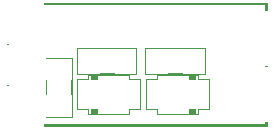
<source format=gbo>
G04 MADE WITH FRITZING*
G04 WWW.FRITZING.ORG*
G04 SINGLE SIDED*
G04 HOLES NOT PLATED*
G04 CONTOUR ON CENTER OF CONTOUR VECTOR*
%ASAXBY*%
%FSLAX23Y23*%
%MOIN*%
%OFA0B0*%
%SFA1.0B1.0*%
%ADD10R,0.001000X0.001000*%
%LNSILK0*%
G90*
G70*
G54D10*
X1Y413D02*
X871Y413D01*
X1Y412D02*
X1Y412D01*
X126Y412D02*
X871Y412D01*
X1Y411D02*
X1Y411D01*
X126Y411D02*
X871Y411D01*
X1Y410D02*
X1Y410D01*
X126Y410D02*
X871Y410D01*
X1Y409D02*
X1Y409D01*
X126Y409D02*
X871Y409D01*
X1Y408D02*
X1Y408D01*
X126Y408D02*
X871Y408D01*
X1Y407D02*
X1Y407D01*
X126Y407D02*
X871Y407D01*
X1Y406D02*
X1Y406D01*
X126Y406D02*
X871Y406D01*
X1Y405D02*
X1Y405D01*
X864Y405D02*
X871Y405D01*
X1Y404D02*
X1Y404D01*
X864Y404D02*
X871Y404D01*
X1Y403D02*
X1Y403D01*
X864Y403D02*
X871Y403D01*
X1Y402D02*
X1Y402D01*
X864Y402D02*
X871Y402D01*
X1Y401D02*
X1Y401D01*
X864Y401D02*
X871Y401D01*
X1Y400D02*
X1Y400D01*
X864Y400D02*
X871Y400D01*
X1Y399D02*
X1Y399D01*
X864Y399D02*
X871Y399D01*
X1Y398D02*
X1Y398D01*
X864Y398D02*
X871Y398D01*
X1Y397D02*
X1Y397D01*
X864Y397D02*
X871Y397D01*
X1Y396D02*
X1Y396D01*
X864Y396D02*
X871Y396D01*
X1Y395D02*
X1Y395D01*
X864Y395D02*
X871Y395D01*
X1Y394D02*
X1Y394D01*
X864Y394D02*
X871Y394D01*
X1Y393D02*
X1Y393D01*
X864Y393D02*
X871Y393D01*
X1Y392D02*
X1Y392D01*
X864Y392D02*
X871Y392D01*
X1Y391D02*
X1Y391D01*
X864Y391D02*
X871Y391D01*
X1Y390D02*
X1Y390D01*
X864Y390D02*
X871Y390D01*
X1Y389D02*
X1Y389D01*
X864Y389D02*
X871Y389D01*
X1Y388D02*
X1Y388D01*
X864Y388D02*
X871Y388D01*
X1Y387D02*
X1Y387D01*
X864Y387D02*
X871Y387D01*
X1Y386D02*
X1Y386D01*
X864Y386D02*
X871Y386D01*
X1Y385D02*
X1Y385D01*
X1Y384D02*
X1Y384D01*
X1Y383D02*
X1Y383D01*
X1Y382D02*
X1Y382D01*
X1Y381D02*
X1Y381D01*
X1Y380D02*
X1Y380D01*
X1Y379D02*
X1Y379D01*
X1Y378D02*
X1Y378D01*
X1Y377D02*
X1Y377D01*
X1Y376D02*
X1Y376D01*
X1Y375D02*
X1Y375D01*
X1Y374D02*
X1Y374D01*
X1Y373D02*
X1Y373D01*
X1Y372D02*
X1Y372D01*
X1Y371D02*
X1Y371D01*
X1Y370D02*
X1Y370D01*
X1Y369D02*
X1Y369D01*
X1Y368D02*
X1Y368D01*
X1Y367D02*
X1Y367D01*
X1Y366D02*
X1Y366D01*
X1Y365D02*
X1Y365D01*
X1Y364D02*
X1Y364D01*
X1Y363D02*
X1Y363D01*
X1Y362D02*
X1Y362D01*
X1Y361D02*
X1Y361D01*
X1Y360D02*
X1Y360D01*
X1Y359D02*
X1Y359D01*
X1Y358D02*
X1Y358D01*
X1Y357D02*
X1Y357D01*
X1Y356D02*
X1Y356D01*
X1Y355D02*
X1Y355D01*
X1Y354D02*
X1Y354D01*
X1Y353D02*
X1Y353D01*
X1Y352D02*
X1Y352D01*
X1Y351D02*
X1Y351D01*
X1Y350D02*
X1Y350D01*
X1Y349D02*
X1Y349D01*
X1Y348D02*
X1Y348D01*
X1Y347D02*
X1Y347D01*
X1Y346D02*
X1Y346D01*
X1Y345D02*
X1Y345D01*
X1Y344D02*
X1Y344D01*
X1Y343D02*
X1Y343D01*
X1Y342D02*
X1Y342D01*
X1Y341D02*
X1Y341D01*
X1Y340D02*
X1Y340D01*
X1Y339D02*
X1Y339D01*
X1Y338D02*
X1Y338D01*
X1Y337D02*
X1Y337D01*
X1Y336D02*
X1Y336D01*
X1Y335D02*
X1Y335D01*
X1Y334D02*
X1Y334D01*
X1Y333D02*
X1Y333D01*
X1Y332D02*
X1Y332D01*
X1Y331D02*
X1Y331D01*
X1Y330D02*
X1Y330D01*
X1Y329D02*
X1Y329D01*
X1Y328D02*
X1Y328D01*
X1Y327D02*
X1Y327D01*
X1Y326D02*
X1Y326D01*
X1Y325D02*
X1Y325D01*
X1Y324D02*
X1Y324D01*
X1Y323D02*
X1Y323D01*
X1Y322D02*
X1Y322D01*
X1Y321D02*
X1Y321D01*
X1Y320D02*
X1Y320D01*
X1Y319D02*
X1Y319D01*
X1Y318D02*
X1Y318D01*
X1Y317D02*
X1Y317D01*
X1Y316D02*
X1Y316D01*
X1Y315D02*
X1Y315D01*
X1Y314D02*
X1Y314D01*
X1Y313D02*
X1Y313D01*
X1Y312D02*
X1Y312D01*
X1Y311D02*
X1Y311D01*
X1Y310D02*
X1Y310D01*
X1Y309D02*
X1Y309D01*
X1Y308D02*
X1Y308D01*
X1Y307D02*
X1Y307D01*
X1Y306D02*
X1Y306D01*
X1Y305D02*
X1Y305D01*
X1Y304D02*
X1Y304D01*
X1Y303D02*
X1Y303D01*
X1Y302D02*
X1Y302D01*
X1Y301D02*
X1Y301D01*
X1Y300D02*
X1Y300D01*
X1Y299D02*
X1Y299D01*
X1Y298D02*
X1Y298D01*
X1Y297D02*
X1Y297D01*
X1Y296D02*
X1Y296D01*
X1Y295D02*
X1Y295D01*
X1Y294D02*
X1Y294D01*
X1Y293D02*
X1Y293D01*
X1Y292D02*
X1Y292D01*
X1Y291D02*
X1Y291D01*
X1Y290D02*
X1Y290D01*
X1Y289D02*
X1Y289D01*
X1Y288D02*
X1Y288D01*
X1Y287D02*
X1Y287D01*
X1Y286D02*
X1Y286D01*
X1Y285D02*
X1Y285D01*
X1Y284D02*
X1Y284D01*
X1Y283D02*
X1Y283D01*
X1Y282D02*
X1Y282D01*
X1Y281D02*
X1Y281D01*
X1Y280D02*
X1Y280D01*
X1Y279D02*
X1Y279D01*
X1Y278D02*
X1Y278D01*
X1Y277D02*
X1Y277D01*
X1Y276D02*
X8Y276D01*
X1Y275D02*
X8Y275D01*
X1Y274D02*
X1Y274D01*
X1Y273D02*
X1Y273D01*
X1Y272D02*
X1Y272D01*
X1Y271D02*
X1Y271D01*
X1Y270D02*
X1Y270D01*
X1Y269D02*
X1Y269D01*
X1Y268D02*
X1Y268D01*
X1Y267D02*
X1Y267D01*
X1Y266D02*
X1Y266D01*
X1Y265D02*
X1Y265D01*
X1Y264D02*
X1Y264D01*
X237Y264D02*
X436Y264D01*
X464Y264D02*
X664Y264D01*
X1Y263D02*
X1Y263D01*
X237Y263D02*
X436Y263D01*
X464Y263D02*
X664Y263D01*
X1Y262D02*
X1Y262D01*
X237Y262D02*
X436Y262D01*
X464Y262D02*
X664Y262D01*
X1Y261D02*
X1Y261D01*
X237Y261D02*
X239Y261D01*
X313Y261D02*
X361Y261D01*
X434Y261D02*
X436Y261D01*
X464Y261D02*
X466Y261D01*
X540Y261D02*
X588Y261D01*
X662Y261D02*
X664Y261D01*
X1Y260D02*
X1Y260D01*
X237Y260D02*
X239Y260D01*
X434Y260D02*
X436Y260D01*
X464Y260D02*
X466Y260D01*
X662Y260D02*
X664Y260D01*
X1Y259D02*
X1Y259D01*
X237Y259D02*
X239Y259D01*
X434Y259D02*
X436Y259D01*
X464Y259D02*
X466Y259D01*
X662Y259D02*
X664Y259D01*
X1Y258D02*
X1Y258D01*
X237Y258D02*
X239Y258D01*
X434Y258D02*
X436Y258D01*
X464Y258D02*
X466Y258D01*
X662Y258D02*
X664Y258D01*
X1Y257D02*
X1Y257D01*
X237Y257D02*
X239Y257D01*
X434Y257D02*
X436Y257D01*
X464Y257D02*
X466Y257D01*
X662Y257D02*
X664Y257D01*
X1Y256D02*
X1Y256D01*
X237Y256D02*
X239Y256D01*
X434Y256D02*
X436Y256D01*
X464Y256D02*
X466Y256D01*
X662Y256D02*
X664Y256D01*
X1Y255D02*
X1Y255D01*
X237Y255D02*
X239Y255D01*
X434Y255D02*
X436Y255D01*
X464Y255D02*
X466Y255D01*
X662Y255D02*
X664Y255D01*
X1Y254D02*
X1Y254D01*
X237Y254D02*
X239Y254D01*
X434Y254D02*
X436Y254D01*
X464Y254D02*
X466Y254D01*
X662Y254D02*
X664Y254D01*
X1Y253D02*
X1Y253D01*
X237Y253D02*
X239Y253D01*
X434Y253D02*
X436Y253D01*
X464Y253D02*
X466Y253D01*
X662Y253D02*
X664Y253D01*
X1Y252D02*
X1Y252D01*
X237Y252D02*
X239Y252D01*
X434Y252D02*
X436Y252D01*
X464Y252D02*
X466Y252D01*
X662Y252D02*
X664Y252D01*
X1Y251D02*
X1Y251D01*
X237Y251D02*
X239Y251D01*
X434Y251D02*
X436Y251D01*
X464Y251D02*
X466Y251D01*
X662Y251D02*
X664Y251D01*
X1Y250D02*
X1Y250D01*
X237Y250D02*
X239Y250D01*
X434Y250D02*
X436Y250D01*
X464Y250D02*
X466Y250D01*
X662Y250D02*
X664Y250D01*
X1Y249D02*
X1Y249D01*
X237Y249D02*
X239Y249D01*
X434Y249D02*
X436Y249D01*
X464Y249D02*
X466Y249D01*
X662Y249D02*
X664Y249D01*
X1Y248D02*
X1Y248D01*
X237Y248D02*
X239Y248D01*
X434Y248D02*
X436Y248D01*
X464Y248D02*
X466Y248D01*
X662Y248D02*
X664Y248D01*
X1Y247D02*
X1Y247D01*
X237Y247D02*
X239Y247D01*
X434Y247D02*
X436Y247D01*
X464Y247D02*
X466Y247D01*
X662Y247D02*
X664Y247D01*
X1Y246D02*
X1Y246D01*
X237Y246D02*
X239Y246D01*
X434Y246D02*
X436Y246D01*
X464Y246D02*
X466Y246D01*
X662Y246D02*
X664Y246D01*
X1Y245D02*
X1Y245D01*
X237Y245D02*
X239Y245D01*
X434Y245D02*
X436Y245D01*
X464Y245D02*
X466Y245D01*
X662Y245D02*
X664Y245D01*
X1Y244D02*
X1Y244D01*
X237Y244D02*
X239Y244D01*
X434Y244D02*
X436Y244D01*
X464Y244D02*
X466Y244D01*
X662Y244D02*
X664Y244D01*
X1Y243D02*
X1Y243D01*
X237Y243D02*
X239Y243D01*
X434Y243D02*
X436Y243D01*
X464Y243D02*
X466Y243D01*
X662Y243D02*
X664Y243D01*
X1Y242D02*
X1Y242D01*
X237Y242D02*
X239Y242D01*
X434Y242D02*
X436Y242D01*
X464Y242D02*
X466Y242D01*
X662Y242D02*
X664Y242D01*
X1Y241D02*
X1Y241D01*
X237Y241D02*
X239Y241D01*
X434Y241D02*
X436Y241D01*
X464Y241D02*
X466Y241D01*
X662Y241D02*
X664Y241D01*
X1Y240D02*
X1Y240D01*
X237Y240D02*
X239Y240D01*
X434Y240D02*
X436Y240D01*
X464Y240D02*
X466Y240D01*
X662Y240D02*
X664Y240D01*
X1Y239D02*
X1Y239D01*
X237Y239D02*
X239Y239D01*
X434Y239D02*
X436Y239D01*
X464Y239D02*
X466Y239D01*
X662Y239D02*
X664Y239D01*
X1Y238D02*
X1Y238D01*
X237Y238D02*
X239Y238D01*
X434Y238D02*
X436Y238D01*
X464Y238D02*
X466Y238D01*
X662Y238D02*
X664Y238D01*
X1Y237D02*
X1Y237D01*
X237Y237D02*
X239Y237D01*
X434Y237D02*
X436Y237D01*
X464Y237D02*
X466Y237D01*
X662Y237D02*
X664Y237D01*
X1Y236D02*
X1Y236D01*
X237Y236D02*
X239Y236D01*
X434Y236D02*
X436Y236D01*
X464Y236D02*
X466Y236D01*
X662Y236D02*
X664Y236D01*
X1Y235D02*
X1Y235D01*
X237Y235D02*
X239Y235D01*
X434Y235D02*
X436Y235D01*
X464Y235D02*
X466Y235D01*
X662Y235D02*
X664Y235D01*
X1Y234D02*
X1Y234D01*
X237Y234D02*
X239Y234D01*
X434Y234D02*
X436Y234D01*
X464Y234D02*
X466Y234D01*
X662Y234D02*
X664Y234D01*
X1Y233D02*
X1Y233D01*
X237Y233D02*
X239Y233D01*
X434Y233D02*
X436Y233D01*
X464Y233D02*
X466Y233D01*
X662Y233D02*
X664Y233D01*
X1Y232D02*
X1Y232D01*
X237Y232D02*
X239Y232D01*
X434Y232D02*
X436Y232D01*
X464Y232D02*
X466Y232D01*
X662Y232D02*
X664Y232D01*
X1Y231D02*
X1Y231D01*
X237Y231D02*
X239Y231D01*
X434Y231D02*
X436Y231D01*
X464Y231D02*
X466Y231D01*
X662Y231D02*
X664Y231D01*
X1Y230D02*
X1Y230D01*
X131Y230D02*
X220Y230D01*
X237Y230D02*
X239Y230D01*
X434Y230D02*
X436Y230D01*
X464Y230D02*
X466Y230D01*
X662Y230D02*
X664Y230D01*
X1Y229D02*
X1Y229D01*
X131Y229D02*
X220Y229D01*
X237Y229D02*
X239Y229D01*
X434Y229D02*
X436Y229D01*
X464Y229D02*
X466Y229D01*
X662Y229D02*
X664Y229D01*
X1Y228D02*
X1Y228D01*
X131Y228D02*
X220Y228D01*
X237Y228D02*
X239Y228D01*
X434Y228D02*
X436Y228D01*
X464Y228D02*
X466Y228D01*
X662Y228D02*
X664Y228D01*
X1Y227D02*
X1Y227D01*
X131Y227D02*
X133Y227D01*
X219Y227D02*
X220Y227D01*
X237Y227D02*
X239Y227D01*
X434Y227D02*
X436Y227D01*
X464Y227D02*
X466Y227D01*
X662Y227D02*
X664Y227D01*
X1Y226D02*
X1Y226D01*
X131Y226D02*
X133Y226D01*
X219Y226D02*
X220Y226D01*
X237Y226D02*
X239Y226D01*
X434Y226D02*
X436Y226D01*
X464Y226D02*
X466Y226D01*
X662Y226D02*
X664Y226D01*
X1Y225D02*
X1Y225D01*
X131Y225D02*
X133Y225D01*
X219Y225D02*
X220Y225D01*
X237Y225D02*
X239Y225D01*
X434Y225D02*
X436Y225D01*
X464Y225D02*
X466Y225D01*
X662Y225D02*
X664Y225D01*
X1Y224D02*
X1Y224D01*
X131Y224D02*
X133Y224D01*
X219Y224D02*
X220Y224D01*
X237Y224D02*
X239Y224D01*
X434Y224D02*
X436Y224D01*
X464Y224D02*
X466Y224D01*
X662Y224D02*
X664Y224D01*
X1Y223D02*
X1Y223D01*
X131Y223D02*
X133Y223D01*
X219Y223D02*
X220Y223D01*
X237Y223D02*
X239Y223D01*
X434Y223D02*
X436Y223D01*
X464Y223D02*
X466Y223D01*
X662Y223D02*
X664Y223D01*
X1Y222D02*
X1Y222D01*
X131Y222D02*
X133Y222D01*
X219Y222D02*
X220Y222D01*
X237Y222D02*
X239Y222D01*
X434Y222D02*
X436Y222D01*
X464Y222D02*
X466Y222D01*
X662Y222D02*
X664Y222D01*
X1Y221D02*
X1Y221D01*
X131Y221D02*
X133Y221D01*
X219Y221D02*
X220Y221D01*
X237Y221D02*
X239Y221D01*
X434Y221D02*
X436Y221D01*
X464Y221D02*
X466Y221D01*
X662Y221D02*
X664Y221D01*
X1Y220D02*
X1Y220D01*
X131Y220D02*
X133Y220D01*
X219Y220D02*
X220Y220D01*
X237Y220D02*
X239Y220D01*
X434Y220D02*
X436Y220D01*
X464Y220D02*
X466Y220D01*
X662Y220D02*
X664Y220D01*
X1Y219D02*
X1Y219D01*
X131Y219D02*
X133Y219D01*
X219Y219D02*
X220Y219D01*
X237Y219D02*
X239Y219D01*
X434Y219D02*
X436Y219D01*
X464Y219D02*
X466Y219D01*
X662Y219D02*
X664Y219D01*
X1Y218D02*
X1Y218D01*
X131Y218D02*
X133Y218D01*
X219Y218D02*
X220Y218D01*
X237Y218D02*
X239Y218D01*
X434Y218D02*
X436Y218D01*
X464Y218D02*
X466Y218D01*
X662Y218D02*
X664Y218D01*
X1Y217D02*
X1Y217D01*
X131Y217D02*
X133Y217D01*
X219Y217D02*
X220Y217D01*
X237Y217D02*
X239Y217D01*
X434Y217D02*
X436Y217D01*
X464Y217D02*
X466Y217D01*
X662Y217D02*
X664Y217D01*
X1Y216D02*
X1Y216D01*
X131Y216D02*
X133Y216D01*
X219Y216D02*
X220Y216D01*
X237Y216D02*
X239Y216D01*
X434Y216D02*
X436Y216D01*
X464Y216D02*
X466Y216D01*
X662Y216D02*
X664Y216D01*
X1Y215D02*
X1Y215D01*
X131Y215D02*
X133Y215D01*
X219Y215D02*
X220Y215D01*
X237Y215D02*
X239Y215D01*
X434Y215D02*
X436Y215D01*
X464Y215D02*
X466Y215D01*
X662Y215D02*
X664Y215D01*
X1Y214D02*
X1Y214D01*
X131Y214D02*
X133Y214D01*
X219Y214D02*
X220Y214D01*
X237Y214D02*
X239Y214D01*
X434Y214D02*
X436Y214D01*
X464Y214D02*
X466Y214D01*
X662Y214D02*
X664Y214D01*
X1Y213D02*
X1Y213D01*
X131Y213D02*
X133Y213D01*
X219Y213D02*
X220Y213D01*
X237Y213D02*
X239Y213D01*
X434Y213D02*
X436Y213D01*
X464Y213D02*
X466Y213D01*
X662Y213D02*
X664Y213D01*
X1Y212D02*
X1Y212D01*
X131Y212D02*
X133Y212D01*
X219Y212D02*
X220Y212D01*
X237Y212D02*
X239Y212D01*
X434Y212D02*
X436Y212D01*
X464Y212D02*
X466Y212D01*
X662Y212D02*
X664Y212D01*
X1Y211D02*
X1Y211D01*
X131Y211D02*
X133Y211D01*
X219Y211D02*
X220Y211D01*
X237Y211D02*
X239Y211D01*
X434Y211D02*
X436Y211D01*
X464Y211D02*
X466Y211D01*
X662Y211D02*
X664Y211D01*
X1Y210D02*
X1Y210D01*
X131Y210D02*
X133Y210D01*
X219Y210D02*
X220Y210D01*
X237Y210D02*
X239Y210D01*
X434Y210D02*
X436Y210D01*
X464Y210D02*
X466Y210D01*
X662Y210D02*
X664Y210D01*
X1Y209D02*
X1Y209D01*
X131Y209D02*
X133Y209D01*
X219Y209D02*
X220Y209D01*
X237Y209D02*
X239Y209D01*
X434Y209D02*
X436Y209D01*
X464Y209D02*
X466Y209D01*
X662Y209D02*
X664Y209D01*
X1Y208D02*
X1Y208D01*
X131Y208D02*
X133Y208D01*
X219Y208D02*
X220Y208D01*
X237Y208D02*
X239Y208D01*
X434Y208D02*
X436Y208D01*
X464Y208D02*
X466Y208D01*
X662Y208D02*
X664Y208D01*
X1Y207D02*
X1Y207D01*
X131Y207D02*
X133Y207D01*
X219Y207D02*
X220Y207D01*
X237Y207D02*
X239Y207D01*
X434Y207D02*
X436Y207D01*
X464Y207D02*
X466Y207D01*
X662Y207D02*
X664Y207D01*
X1Y206D02*
X1Y206D01*
X131Y206D02*
X133Y206D01*
X219Y206D02*
X220Y206D01*
X237Y206D02*
X239Y206D01*
X434Y206D02*
X436Y206D01*
X464Y206D02*
X466Y206D01*
X662Y206D02*
X664Y206D01*
X1Y205D02*
X1Y205D01*
X131Y205D02*
X133Y205D01*
X219Y205D02*
X220Y205D01*
X237Y205D02*
X239Y205D01*
X434Y205D02*
X436Y205D01*
X464Y205D02*
X466Y205D01*
X662Y205D02*
X664Y205D01*
X1Y204D02*
X1Y204D01*
X131Y204D02*
X133Y204D01*
X219Y204D02*
X220Y204D01*
X237Y204D02*
X239Y204D01*
X434Y204D02*
X436Y204D01*
X464Y204D02*
X466Y204D01*
X662Y204D02*
X664Y204D01*
X1Y203D02*
X1Y203D01*
X131Y203D02*
X133Y203D01*
X219Y203D02*
X220Y203D01*
X237Y203D02*
X239Y203D01*
X434Y203D02*
X436Y203D01*
X464Y203D02*
X466Y203D01*
X662Y203D02*
X664Y203D01*
X864Y203D02*
X871Y203D01*
X1Y202D02*
X1Y202D01*
X131Y202D02*
X133Y202D01*
X219Y202D02*
X220Y202D01*
X237Y202D02*
X239Y202D01*
X434Y202D02*
X436Y202D01*
X464Y202D02*
X466Y202D01*
X662Y202D02*
X664Y202D01*
X864Y202D02*
X871Y202D01*
X1Y201D02*
X1Y201D01*
X131Y201D02*
X133Y201D01*
X219Y201D02*
X220Y201D01*
X237Y201D02*
X239Y201D01*
X434Y201D02*
X436Y201D01*
X464Y201D02*
X466Y201D01*
X662Y201D02*
X664Y201D01*
X864Y201D02*
X871Y201D01*
X1Y200D02*
X1Y200D01*
X131Y200D02*
X133Y200D01*
X219Y200D02*
X220Y200D01*
X237Y200D02*
X239Y200D01*
X434Y200D02*
X436Y200D01*
X464Y200D02*
X466Y200D01*
X662Y200D02*
X664Y200D01*
X864Y200D02*
X871Y200D01*
X1Y199D02*
X1Y199D01*
X131Y199D02*
X133Y199D01*
X219Y199D02*
X220Y199D01*
X237Y199D02*
X239Y199D01*
X434Y199D02*
X436Y199D01*
X464Y199D02*
X466Y199D01*
X662Y199D02*
X664Y199D01*
X864Y199D02*
X871Y199D01*
X1Y198D02*
X1Y198D01*
X131Y198D02*
X133Y198D01*
X219Y198D02*
X220Y198D01*
X237Y198D02*
X239Y198D01*
X434Y198D02*
X436Y198D01*
X464Y198D02*
X466Y198D01*
X662Y198D02*
X664Y198D01*
X1Y197D02*
X1Y197D01*
X131Y197D02*
X133Y197D01*
X219Y197D02*
X220Y197D01*
X237Y197D02*
X239Y197D01*
X434Y197D02*
X436Y197D01*
X464Y197D02*
X466Y197D01*
X662Y197D02*
X664Y197D01*
X1Y196D02*
X1Y196D01*
X131Y196D02*
X133Y196D01*
X219Y196D02*
X220Y196D01*
X237Y196D02*
X239Y196D01*
X434Y196D02*
X436Y196D01*
X464Y196D02*
X466Y196D01*
X662Y196D02*
X664Y196D01*
X1Y195D02*
X1Y195D01*
X131Y195D02*
X133Y195D01*
X219Y195D02*
X220Y195D01*
X237Y195D02*
X239Y195D01*
X434Y195D02*
X436Y195D01*
X464Y195D02*
X466Y195D01*
X662Y195D02*
X664Y195D01*
X1Y194D02*
X1Y194D01*
X131Y194D02*
X133Y194D01*
X219Y194D02*
X220Y194D01*
X237Y194D02*
X239Y194D01*
X434Y194D02*
X436Y194D01*
X464Y194D02*
X466Y194D01*
X662Y194D02*
X664Y194D01*
X1Y193D02*
X1Y193D01*
X131Y193D02*
X133Y193D01*
X219Y193D02*
X220Y193D01*
X237Y193D02*
X239Y193D01*
X434Y193D02*
X436Y193D01*
X464Y193D02*
X466Y193D01*
X662Y193D02*
X664Y193D01*
X1Y192D02*
X1Y192D01*
X131Y192D02*
X133Y192D01*
X219Y192D02*
X220Y192D01*
X237Y192D02*
X239Y192D01*
X434Y192D02*
X436Y192D01*
X464Y192D02*
X466Y192D01*
X662Y192D02*
X664Y192D01*
X1Y191D02*
X1Y191D01*
X131Y191D02*
X133Y191D01*
X219Y191D02*
X220Y191D01*
X237Y191D02*
X239Y191D01*
X434Y191D02*
X436Y191D01*
X464Y191D02*
X466Y191D01*
X662Y191D02*
X664Y191D01*
X1Y190D02*
X1Y190D01*
X131Y190D02*
X133Y190D01*
X219Y190D02*
X220Y190D01*
X237Y190D02*
X239Y190D01*
X434Y190D02*
X436Y190D01*
X464Y190D02*
X466Y190D01*
X662Y190D02*
X664Y190D01*
X1Y189D02*
X1Y189D01*
X131Y189D02*
X133Y189D01*
X219Y189D02*
X220Y189D01*
X237Y189D02*
X239Y189D01*
X434Y189D02*
X436Y189D01*
X464Y189D02*
X466Y189D01*
X662Y189D02*
X664Y189D01*
X1Y188D02*
X1Y188D01*
X131Y188D02*
X133Y188D01*
X219Y188D02*
X220Y188D01*
X237Y188D02*
X239Y188D01*
X434Y188D02*
X436Y188D01*
X464Y188D02*
X466Y188D01*
X662Y188D02*
X664Y188D01*
X1Y187D02*
X1Y187D01*
X131Y187D02*
X133Y187D01*
X219Y187D02*
X220Y187D01*
X237Y187D02*
X239Y187D01*
X434Y187D02*
X436Y187D01*
X464Y187D02*
X466Y187D01*
X662Y187D02*
X664Y187D01*
X1Y186D02*
X1Y186D01*
X131Y186D02*
X133Y186D01*
X219Y186D02*
X220Y186D01*
X237Y186D02*
X239Y186D01*
X434Y186D02*
X436Y186D01*
X464Y186D02*
X466Y186D01*
X662Y186D02*
X664Y186D01*
X1Y185D02*
X1Y185D01*
X131Y185D02*
X133Y185D01*
X219Y185D02*
X220Y185D01*
X237Y185D02*
X239Y185D01*
X434Y185D02*
X436Y185D01*
X464Y185D02*
X466Y185D01*
X662Y185D02*
X664Y185D01*
X1Y184D02*
X1Y184D01*
X131Y184D02*
X133Y184D01*
X219Y184D02*
X220Y184D01*
X237Y184D02*
X239Y184D01*
X434Y184D02*
X436Y184D01*
X464Y184D02*
X466Y184D01*
X662Y184D02*
X664Y184D01*
X1Y183D02*
X1Y183D01*
X131Y183D02*
X133Y183D01*
X219Y183D02*
X220Y183D01*
X237Y183D02*
X239Y183D01*
X434Y183D02*
X436Y183D01*
X464Y183D02*
X466Y183D01*
X662Y183D02*
X664Y183D01*
X1Y182D02*
X1Y182D01*
X131Y182D02*
X133Y182D01*
X219Y182D02*
X220Y182D01*
X237Y182D02*
X239Y182D01*
X434Y182D02*
X436Y182D01*
X464Y182D02*
X466Y182D01*
X662Y182D02*
X664Y182D01*
X1Y181D02*
X1Y181D01*
X131Y181D02*
X133Y181D01*
X219Y181D02*
X220Y181D01*
X237Y181D02*
X239Y181D01*
X434Y181D02*
X436Y181D01*
X464Y181D02*
X466Y181D01*
X662Y181D02*
X664Y181D01*
X1Y180D02*
X1Y180D01*
X131Y180D02*
X133Y180D01*
X219Y180D02*
X220Y180D01*
X237Y180D02*
X239Y180D01*
X434Y180D02*
X436Y180D01*
X464Y180D02*
X466Y180D01*
X662Y180D02*
X664Y180D01*
X1Y179D02*
X1Y179D01*
X131Y179D02*
X133Y179D01*
X219Y179D02*
X220Y179D01*
X237Y179D02*
X239Y179D01*
X434Y179D02*
X436Y179D01*
X464Y179D02*
X466Y179D01*
X662Y179D02*
X664Y179D01*
X1Y178D02*
X1Y178D01*
X131Y178D02*
X133Y178D01*
X219Y178D02*
X220Y178D01*
X237Y178D02*
X239Y178D01*
X313Y178D02*
X361Y178D01*
X434Y178D02*
X436Y178D01*
X464Y178D02*
X466Y178D01*
X540Y178D02*
X588Y178D01*
X662Y178D02*
X664Y178D01*
X1Y177D02*
X1Y177D01*
X131Y177D02*
X133Y177D01*
X219Y177D02*
X220Y177D01*
X237Y177D02*
X436Y177D01*
X464Y177D02*
X664Y177D01*
X1Y176D02*
X1Y176D01*
X131Y176D02*
X133Y176D01*
X219Y176D02*
X220Y176D01*
X237Y176D02*
X436Y176D01*
X464Y176D02*
X664Y176D01*
X1Y175D02*
X1Y175D01*
X131Y175D02*
X133Y175D01*
X219Y175D02*
X220Y175D01*
X237Y175D02*
X436Y175D01*
X464Y175D02*
X664Y175D01*
X1Y174D02*
X1Y174D01*
X131Y174D02*
X133Y174D01*
X219Y174D02*
X220Y174D01*
X1Y173D02*
X1Y173D01*
X131Y173D02*
X133Y173D01*
X219Y173D02*
X220Y173D01*
X271Y173D02*
X412Y173D01*
X502Y173D02*
X642Y173D01*
X1Y172D02*
X1Y172D01*
X131Y172D02*
X133Y172D01*
X219Y172D02*
X220Y172D01*
X271Y172D02*
X412Y172D01*
X502Y172D02*
X642Y172D01*
X1Y171D02*
X1Y171D01*
X131Y171D02*
X133Y171D01*
X219Y171D02*
X220Y171D01*
X271Y171D02*
X412Y171D01*
X502Y171D02*
X642Y171D01*
X1Y170D02*
X1Y170D01*
X131Y170D02*
X133Y170D01*
X219Y170D02*
X220Y170D01*
X271Y170D02*
X412Y170D01*
X502Y170D02*
X642Y170D01*
X1Y169D02*
X1Y169D01*
X131Y169D02*
X133Y169D01*
X219Y169D02*
X220Y169D01*
X271Y169D02*
X274Y169D01*
X283Y169D02*
X306Y169D01*
X409Y169D02*
X412Y169D01*
X502Y169D02*
X504Y169D01*
X608Y169D02*
X630Y169D01*
X639Y169D02*
X642Y169D01*
X1Y168D02*
X1Y168D01*
X131Y168D02*
X133Y168D01*
X219Y168D02*
X220Y168D01*
X271Y168D02*
X274Y168D01*
X283Y168D02*
X306Y168D01*
X409Y168D02*
X412Y168D01*
X502Y168D02*
X504Y168D01*
X608Y168D02*
X630Y168D01*
X639Y168D02*
X642Y168D01*
X1Y167D02*
X1Y167D01*
X131Y167D02*
X133Y167D01*
X219Y167D02*
X220Y167D01*
X271Y167D02*
X274Y167D01*
X283Y167D02*
X306Y167D01*
X409Y167D02*
X412Y167D01*
X502Y167D02*
X504Y167D01*
X608Y167D02*
X630Y167D01*
X639Y167D02*
X642Y167D01*
X1Y166D02*
X1Y166D01*
X131Y166D02*
X133Y166D01*
X219Y166D02*
X220Y166D01*
X271Y166D02*
X274Y166D01*
X283Y166D02*
X306Y166D01*
X409Y166D02*
X412Y166D01*
X502Y166D02*
X504Y166D01*
X608Y166D02*
X630Y166D01*
X639Y166D02*
X642Y166D01*
X1Y165D02*
X1Y165D01*
X131Y165D02*
X133Y165D01*
X219Y165D02*
X220Y165D01*
X271Y165D02*
X274Y165D01*
X283Y165D02*
X306Y165D01*
X409Y165D02*
X412Y165D01*
X502Y165D02*
X504Y165D01*
X608Y165D02*
X630Y165D01*
X639Y165D02*
X642Y165D01*
X1Y164D02*
X1Y164D01*
X131Y164D02*
X133Y164D01*
X219Y164D02*
X220Y164D01*
X271Y164D02*
X274Y164D01*
X283Y164D02*
X306Y164D01*
X409Y164D02*
X412Y164D01*
X502Y164D02*
X504Y164D01*
X608Y164D02*
X630Y164D01*
X639Y164D02*
X642Y164D01*
X1Y163D02*
X1Y163D01*
X131Y163D02*
X133Y163D01*
X219Y163D02*
X220Y163D01*
X271Y163D02*
X274Y163D01*
X283Y163D02*
X306Y163D01*
X409Y163D02*
X412Y163D01*
X502Y163D02*
X504Y163D01*
X608Y163D02*
X630Y163D01*
X639Y163D02*
X642Y163D01*
X1Y162D02*
X1Y162D01*
X131Y162D02*
X133Y162D01*
X219Y162D02*
X220Y162D01*
X271Y162D02*
X274Y162D01*
X283Y162D02*
X306Y162D01*
X409Y162D02*
X412Y162D01*
X502Y162D02*
X504Y162D01*
X608Y162D02*
X630Y162D01*
X639Y162D02*
X642Y162D01*
X1Y161D02*
X1Y161D01*
X131Y161D02*
X133Y161D01*
X219Y161D02*
X220Y161D01*
X271Y161D02*
X274Y161D01*
X283Y161D02*
X306Y161D01*
X409Y161D02*
X412Y161D01*
X502Y161D02*
X504Y161D01*
X608Y161D02*
X630Y161D01*
X639Y161D02*
X642Y161D01*
X1Y160D02*
X1Y160D01*
X131Y160D02*
X133Y160D01*
X219Y160D02*
X220Y160D01*
X271Y160D02*
X274Y160D01*
X283Y160D02*
X306Y160D01*
X409Y160D02*
X412Y160D01*
X502Y160D02*
X504Y160D01*
X608Y160D02*
X630Y160D01*
X639Y160D02*
X642Y160D01*
X1Y159D02*
X1Y159D01*
X131Y159D02*
X133Y159D01*
X219Y159D02*
X220Y159D01*
X271Y159D02*
X274Y159D01*
X283Y159D02*
X306Y159D01*
X409Y159D02*
X412Y159D01*
X502Y159D02*
X504Y159D01*
X608Y159D02*
X630Y159D01*
X639Y159D02*
X642Y159D01*
X1Y158D02*
X1Y158D01*
X131Y158D02*
X133Y158D01*
X219Y158D02*
X220Y158D01*
X236Y158D02*
X274Y158D01*
X283Y158D02*
X306Y158D01*
X409Y158D02*
X447Y158D01*
X466Y158D02*
X504Y158D01*
X608Y158D02*
X630Y158D01*
X639Y158D02*
X677Y158D01*
X1Y157D02*
X1Y157D01*
X131Y157D02*
X133Y157D01*
X219Y157D02*
X220Y157D01*
X236Y157D02*
X274Y157D01*
X283Y157D02*
X306Y157D01*
X409Y157D02*
X447Y157D01*
X466Y157D02*
X504Y157D01*
X608Y157D02*
X630Y157D01*
X639Y157D02*
X678Y157D01*
X1Y156D02*
X1Y156D01*
X131Y156D02*
X133Y156D01*
X219Y156D02*
X220Y156D01*
X236Y156D02*
X274Y156D01*
X283Y156D02*
X306Y156D01*
X409Y156D02*
X447Y156D01*
X466Y156D02*
X504Y156D01*
X608Y156D02*
X630Y156D01*
X639Y156D02*
X678Y156D01*
X1Y155D02*
X1Y155D01*
X131Y155D02*
X134Y155D01*
X217Y155D02*
X220Y155D01*
X236Y155D02*
X238Y155D01*
X445Y155D02*
X447Y155D01*
X466Y155D02*
X468Y155D01*
X675Y155D02*
X678Y155D01*
X1Y154D02*
X1Y154D01*
X131Y154D02*
X134Y154D01*
X217Y154D02*
X220Y154D01*
X236Y154D02*
X238Y154D01*
X445Y154D02*
X447Y154D01*
X466Y154D02*
X468Y154D01*
X676Y154D02*
X678Y154D01*
X1Y153D02*
X1Y153D01*
X131Y153D02*
X134Y153D01*
X217Y153D02*
X220Y153D01*
X236Y153D02*
X238Y153D01*
X445Y153D02*
X447Y153D01*
X466Y153D02*
X468Y153D01*
X676Y153D02*
X678Y153D01*
X1Y152D02*
X1Y152D01*
X131Y152D02*
X134Y152D01*
X217Y152D02*
X220Y152D01*
X236Y152D02*
X238Y152D01*
X445Y152D02*
X447Y152D01*
X466Y152D02*
X468Y152D01*
X676Y152D02*
X678Y152D01*
X1Y151D02*
X1Y151D01*
X131Y151D02*
X134Y151D01*
X217Y151D02*
X220Y151D01*
X236Y151D02*
X238Y151D01*
X445Y151D02*
X447Y151D01*
X466Y151D02*
X468Y151D01*
X676Y151D02*
X678Y151D01*
X1Y150D02*
X1Y150D01*
X131Y150D02*
X134Y150D01*
X217Y150D02*
X220Y150D01*
X236Y150D02*
X238Y150D01*
X445Y150D02*
X447Y150D01*
X466Y150D02*
X468Y150D01*
X676Y150D02*
X678Y150D01*
X1Y149D02*
X1Y149D01*
X131Y149D02*
X134Y149D01*
X217Y149D02*
X220Y149D01*
X236Y149D02*
X238Y149D01*
X445Y149D02*
X447Y149D01*
X466Y149D02*
X468Y149D01*
X676Y149D02*
X678Y149D01*
X1Y148D02*
X1Y148D01*
X131Y148D02*
X134Y148D01*
X217Y148D02*
X220Y148D01*
X236Y148D02*
X238Y148D01*
X445Y148D02*
X447Y148D01*
X466Y148D02*
X468Y148D01*
X676Y148D02*
X678Y148D01*
X1Y147D02*
X1Y147D01*
X131Y147D02*
X134Y147D01*
X217Y147D02*
X220Y147D01*
X236Y147D02*
X238Y147D01*
X445Y147D02*
X447Y147D01*
X466Y147D02*
X468Y147D01*
X676Y147D02*
X678Y147D01*
X1Y146D02*
X1Y146D01*
X131Y146D02*
X134Y146D01*
X217Y146D02*
X220Y146D01*
X236Y146D02*
X238Y146D01*
X445Y146D02*
X447Y146D01*
X466Y146D02*
X468Y146D01*
X676Y146D02*
X678Y146D01*
X1Y145D02*
X1Y145D01*
X131Y145D02*
X134Y145D01*
X217Y145D02*
X220Y145D01*
X236Y145D02*
X238Y145D01*
X445Y145D02*
X447Y145D01*
X466Y145D02*
X468Y145D01*
X676Y145D02*
X678Y145D01*
X1Y144D02*
X1Y144D01*
X131Y144D02*
X134Y144D01*
X217Y144D02*
X220Y144D01*
X236Y144D02*
X238Y144D01*
X445Y144D02*
X447Y144D01*
X466Y144D02*
X468Y144D01*
X676Y144D02*
X678Y144D01*
X1Y143D02*
X1Y143D01*
X131Y143D02*
X134Y143D01*
X217Y143D02*
X220Y143D01*
X236Y143D02*
X238Y143D01*
X445Y143D02*
X447Y143D01*
X466Y143D02*
X468Y143D01*
X676Y143D02*
X678Y143D01*
X1Y142D02*
X1Y142D01*
X131Y142D02*
X134Y142D01*
X217Y142D02*
X220Y142D01*
X236Y142D02*
X238Y142D01*
X445Y142D02*
X447Y142D01*
X466Y142D02*
X468Y142D01*
X676Y142D02*
X678Y142D01*
X1Y141D02*
X1Y141D01*
X131Y141D02*
X134Y141D01*
X217Y141D02*
X220Y141D01*
X236Y141D02*
X238Y141D01*
X445Y141D02*
X447Y141D01*
X466Y141D02*
X468Y141D01*
X676Y141D02*
X678Y141D01*
X1Y140D02*
X1Y140D01*
X131Y140D02*
X134Y140D01*
X217Y140D02*
X220Y140D01*
X236Y140D02*
X238Y140D01*
X445Y140D02*
X447Y140D01*
X466Y140D02*
X468Y140D01*
X676Y140D02*
X678Y140D01*
X1Y139D02*
X1Y139D01*
X131Y139D02*
X134Y139D01*
X217Y139D02*
X220Y139D01*
X236Y139D02*
X238Y139D01*
X445Y139D02*
X447Y139D01*
X466Y139D02*
X468Y139D01*
X676Y139D02*
X678Y139D01*
X1Y138D02*
X8Y138D01*
X131Y138D02*
X134Y138D01*
X217Y138D02*
X220Y138D01*
X236Y138D02*
X238Y138D01*
X445Y138D02*
X447Y138D01*
X466Y138D02*
X468Y138D01*
X676Y138D02*
X678Y138D01*
X1Y137D02*
X1Y137D01*
X131Y137D02*
X134Y137D01*
X217Y137D02*
X220Y137D01*
X236Y137D02*
X238Y137D01*
X445Y137D02*
X447Y137D01*
X466Y137D02*
X468Y137D01*
X676Y137D02*
X678Y137D01*
X1Y136D02*
X1Y136D01*
X131Y136D02*
X134Y136D01*
X217Y136D02*
X220Y136D01*
X236Y136D02*
X238Y136D01*
X445Y136D02*
X447Y136D01*
X466Y136D02*
X468Y136D01*
X676Y136D02*
X678Y136D01*
X1Y135D02*
X1Y135D01*
X131Y135D02*
X134Y135D01*
X217Y135D02*
X220Y135D01*
X236Y135D02*
X238Y135D01*
X445Y135D02*
X447Y135D01*
X466Y135D02*
X468Y135D01*
X676Y135D02*
X678Y135D01*
X1Y134D02*
X1Y134D01*
X131Y134D02*
X134Y134D01*
X217Y134D02*
X220Y134D01*
X236Y134D02*
X238Y134D01*
X445Y134D02*
X447Y134D01*
X466Y134D02*
X468Y134D01*
X676Y134D02*
X678Y134D01*
X1Y133D02*
X1Y133D01*
X131Y133D02*
X134Y133D01*
X217Y133D02*
X220Y133D01*
X236Y133D02*
X238Y133D01*
X445Y133D02*
X447Y133D01*
X466Y133D02*
X468Y133D01*
X676Y133D02*
X678Y133D01*
X1Y132D02*
X1Y132D01*
X131Y132D02*
X134Y132D01*
X217Y132D02*
X220Y132D01*
X236Y132D02*
X238Y132D01*
X445Y132D02*
X447Y132D01*
X466Y132D02*
X468Y132D01*
X676Y132D02*
X678Y132D01*
X1Y131D02*
X1Y131D01*
X131Y131D02*
X134Y131D01*
X217Y131D02*
X220Y131D01*
X236Y131D02*
X238Y131D01*
X445Y131D02*
X447Y131D01*
X466Y131D02*
X468Y131D01*
X676Y131D02*
X678Y131D01*
X1Y130D02*
X1Y130D01*
X131Y130D02*
X134Y130D01*
X217Y130D02*
X220Y130D01*
X236Y130D02*
X238Y130D01*
X445Y130D02*
X447Y130D01*
X466Y130D02*
X468Y130D01*
X676Y130D02*
X678Y130D01*
X1Y129D02*
X1Y129D01*
X131Y129D02*
X134Y129D01*
X217Y129D02*
X220Y129D01*
X236Y129D02*
X238Y129D01*
X445Y129D02*
X447Y129D01*
X466Y129D02*
X468Y129D01*
X676Y129D02*
X678Y129D01*
X1Y128D02*
X1Y128D01*
X131Y128D02*
X134Y128D01*
X217Y128D02*
X220Y128D01*
X236Y128D02*
X238Y128D01*
X445Y128D02*
X447Y128D01*
X466Y128D02*
X468Y128D01*
X676Y128D02*
X678Y128D01*
X1Y127D02*
X1Y127D01*
X131Y127D02*
X134Y127D01*
X217Y127D02*
X220Y127D01*
X236Y127D02*
X238Y127D01*
X445Y127D02*
X447Y127D01*
X466Y127D02*
X468Y127D01*
X676Y127D02*
X678Y127D01*
X1Y126D02*
X1Y126D01*
X131Y126D02*
X134Y126D01*
X217Y126D02*
X220Y126D01*
X236Y126D02*
X238Y126D01*
X445Y126D02*
X447Y126D01*
X466Y126D02*
X468Y126D01*
X676Y126D02*
X678Y126D01*
X1Y125D02*
X1Y125D01*
X131Y125D02*
X134Y125D01*
X217Y125D02*
X220Y125D01*
X236Y125D02*
X238Y125D01*
X445Y125D02*
X447Y125D01*
X466Y125D02*
X468Y125D01*
X676Y125D02*
X678Y125D01*
X1Y124D02*
X1Y124D01*
X131Y124D02*
X134Y124D01*
X217Y124D02*
X220Y124D01*
X236Y124D02*
X238Y124D01*
X445Y124D02*
X447Y124D01*
X466Y124D02*
X468Y124D01*
X676Y124D02*
X678Y124D01*
X1Y123D02*
X1Y123D01*
X131Y123D02*
X134Y123D01*
X217Y123D02*
X220Y123D01*
X236Y123D02*
X238Y123D01*
X445Y123D02*
X447Y123D01*
X466Y123D02*
X468Y123D01*
X676Y123D02*
X678Y123D01*
X1Y122D02*
X1Y122D01*
X131Y122D02*
X134Y122D01*
X217Y122D02*
X220Y122D01*
X236Y122D02*
X238Y122D01*
X445Y122D02*
X447Y122D01*
X466Y122D02*
X468Y122D01*
X676Y122D02*
X678Y122D01*
X1Y121D02*
X1Y121D01*
X131Y121D02*
X134Y121D01*
X217Y121D02*
X220Y121D01*
X236Y121D02*
X238Y121D01*
X445Y121D02*
X447Y121D01*
X466Y121D02*
X468Y121D01*
X676Y121D02*
X678Y121D01*
X1Y120D02*
X1Y120D01*
X131Y120D02*
X134Y120D01*
X217Y120D02*
X220Y120D01*
X236Y120D02*
X238Y120D01*
X445Y120D02*
X447Y120D01*
X466Y120D02*
X468Y120D01*
X676Y120D02*
X678Y120D01*
X1Y119D02*
X1Y119D01*
X131Y119D02*
X134Y119D01*
X217Y119D02*
X220Y119D01*
X236Y119D02*
X238Y119D01*
X445Y119D02*
X447Y119D01*
X466Y119D02*
X468Y119D01*
X676Y119D02*
X678Y119D01*
X1Y118D02*
X1Y118D01*
X131Y118D02*
X134Y118D01*
X217Y118D02*
X220Y118D01*
X236Y118D02*
X238Y118D01*
X445Y118D02*
X447Y118D01*
X466Y118D02*
X468Y118D01*
X676Y118D02*
X678Y118D01*
X1Y117D02*
X1Y117D01*
X131Y117D02*
X134Y117D01*
X217Y117D02*
X220Y117D01*
X236Y117D02*
X238Y117D01*
X445Y117D02*
X447Y117D01*
X466Y117D02*
X468Y117D01*
X676Y117D02*
X678Y117D01*
X1Y116D02*
X1Y116D01*
X131Y116D02*
X134Y116D01*
X217Y116D02*
X220Y116D01*
X236Y116D02*
X238Y116D01*
X445Y116D02*
X447Y116D01*
X466Y116D02*
X468Y116D01*
X676Y116D02*
X678Y116D01*
X1Y115D02*
X1Y115D01*
X131Y115D02*
X134Y115D01*
X217Y115D02*
X220Y115D01*
X236Y115D02*
X238Y115D01*
X445Y115D02*
X447Y115D01*
X466Y115D02*
X468Y115D01*
X676Y115D02*
X678Y115D01*
X1Y114D02*
X1Y114D01*
X131Y114D02*
X134Y114D01*
X217Y114D02*
X220Y114D01*
X236Y114D02*
X238Y114D01*
X445Y114D02*
X447Y114D01*
X466Y114D02*
X468Y114D01*
X676Y114D02*
X678Y114D01*
X1Y113D02*
X1Y113D01*
X131Y113D02*
X134Y113D01*
X217Y113D02*
X220Y113D01*
X236Y113D02*
X238Y113D01*
X445Y113D02*
X447Y113D01*
X466Y113D02*
X468Y113D01*
X676Y113D02*
X678Y113D01*
X1Y112D02*
X1Y112D01*
X131Y112D02*
X134Y112D01*
X217Y112D02*
X220Y112D01*
X236Y112D02*
X238Y112D01*
X445Y112D02*
X447Y112D01*
X466Y112D02*
X468Y112D01*
X676Y112D02*
X678Y112D01*
X1Y111D02*
X1Y111D01*
X131Y111D02*
X134Y111D01*
X217Y111D02*
X220Y111D01*
X236Y111D02*
X238Y111D01*
X445Y111D02*
X447Y111D01*
X466Y111D02*
X468Y111D01*
X676Y111D02*
X678Y111D01*
X1Y110D02*
X1Y110D01*
X131Y110D02*
X134Y110D01*
X217Y110D02*
X220Y110D01*
X236Y110D02*
X238Y110D01*
X445Y110D02*
X447Y110D01*
X466Y110D02*
X468Y110D01*
X676Y110D02*
X678Y110D01*
X1Y109D02*
X1Y109D01*
X131Y109D02*
X134Y109D01*
X217Y109D02*
X220Y109D01*
X236Y109D02*
X238Y109D01*
X445Y109D02*
X447Y109D01*
X466Y109D02*
X468Y109D01*
X676Y109D02*
X678Y109D01*
X1Y108D02*
X1Y108D01*
X131Y108D02*
X134Y108D01*
X217Y108D02*
X220Y108D01*
X236Y108D02*
X238Y108D01*
X445Y108D02*
X447Y108D01*
X466Y108D02*
X468Y108D01*
X676Y108D02*
X678Y108D01*
X1Y107D02*
X1Y107D01*
X131Y107D02*
X134Y107D01*
X217Y107D02*
X220Y107D01*
X236Y107D02*
X238Y107D01*
X445Y107D02*
X447Y107D01*
X466Y107D02*
X468Y107D01*
X676Y107D02*
X678Y107D01*
X1Y106D02*
X1Y106D01*
X131Y106D02*
X134Y106D01*
X217Y106D02*
X220Y106D01*
X236Y106D02*
X238Y106D01*
X445Y106D02*
X447Y106D01*
X466Y106D02*
X468Y106D01*
X676Y106D02*
X678Y106D01*
X1Y105D02*
X1Y105D01*
X131Y105D02*
X133Y105D01*
X219Y105D02*
X220Y105D01*
X236Y105D02*
X238Y105D01*
X445Y105D02*
X447Y105D01*
X466Y105D02*
X468Y105D01*
X676Y105D02*
X678Y105D01*
X1Y104D02*
X1Y104D01*
X131Y104D02*
X133Y104D01*
X219Y104D02*
X220Y104D01*
X236Y104D02*
X238Y104D01*
X445Y104D02*
X447Y104D01*
X466Y104D02*
X468Y104D01*
X676Y104D02*
X678Y104D01*
X1Y103D02*
X1Y103D01*
X131Y103D02*
X133Y103D01*
X219Y103D02*
X220Y103D01*
X236Y103D02*
X238Y103D01*
X445Y103D02*
X447Y103D01*
X466Y103D02*
X468Y103D01*
X676Y103D02*
X678Y103D01*
X1Y102D02*
X1Y102D01*
X131Y102D02*
X133Y102D01*
X219Y102D02*
X220Y102D01*
X236Y102D02*
X238Y102D01*
X445Y102D02*
X447Y102D01*
X466Y102D02*
X468Y102D01*
X676Y102D02*
X678Y102D01*
X1Y101D02*
X1Y101D01*
X131Y101D02*
X133Y101D01*
X219Y101D02*
X220Y101D01*
X236Y101D02*
X238Y101D01*
X445Y101D02*
X447Y101D01*
X466Y101D02*
X468Y101D01*
X676Y101D02*
X678Y101D01*
X1Y100D02*
X1Y100D01*
X131Y100D02*
X133Y100D01*
X219Y100D02*
X220Y100D01*
X236Y100D02*
X238Y100D01*
X445Y100D02*
X447Y100D01*
X466Y100D02*
X468Y100D01*
X676Y100D02*
X678Y100D01*
X1Y99D02*
X1Y99D01*
X131Y99D02*
X133Y99D01*
X219Y99D02*
X220Y99D01*
X236Y99D02*
X238Y99D01*
X445Y99D02*
X447Y99D01*
X466Y99D02*
X468Y99D01*
X676Y99D02*
X678Y99D01*
X1Y98D02*
X1Y98D01*
X131Y98D02*
X133Y98D01*
X219Y98D02*
X220Y98D01*
X236Y98D02*
X238Y98D01*
X445Y98D02*
X447Y98D01*
X466Y98D02*
X468Y98D01*
X676Y98D02*
X678Y98D01*
X1Y97D02*
X1Y97D01*
X131Y97D02*
X133Y97D01*
X219Y97D02*
X220Y97D01*
X236Y97D02*
X238Y97D01*
X445Y97D02*
X447Y97D01*
X466Y97D02*
X468Y97D01*
X676Y97D02*
X678Y97D01*
X1Y96D02*
X1Y96D01*
X131Y96D02*
X133Y96D01*
X219Y96D02*
X220Y96D01*
X236Y96D02*
X238Y96D01*
X445Y96D02*
X447Y96D01*
X466Y96D02*
X468Y96D01*
X676Y96D02*
X678Y96D01*
X1Y95D02*
X1Y95D01*
X131Y95D02*
X133Y95D01*
X219Y95D02*
X220Y95D01*
X236Y95D02*
X238Y95D01*
X445Y95D02*
X447Y95D01*
X466Y95D02*
X468Y95D01*
X676Y95D02*
X678Y95D01*
X1Y94D02*
X1Y94D01*
X131Y94D02*
X133Y94D01*
X219Y94D02*
X220Y94D01*
X236Y94D02*
X238Y94D01*
X445Y94D02*
X447Y94D01*
X466Y94D02*
X468Y94D01*
X676Y94D02*
X678Y94D01*
X1Y93D02*
X1Y93D01*
X131Y93D02*
X133Y93D01*
X219Y93D02*
X220Y93D01*
X236Y93D02*
X238Y93D01*
X445Y93D02*
X447Y93D01*
X466Y93D02*
X468Y93D01*
X676Y93D02*
X678Y93D01*
X1Y92D02*
X1Y92D01*
X131Y92D02*
X133Y92D01*
X219Y92D02*
X220Y92D01*
X236Y92D02*
X238Y92D01*
X445Y92D02*
X447Y92D01*
X466Y92D02*
X468Y92D01*
X676Y92D02*
X678Y92D01*
X1Y91D02*
X1Y91D01*
X131Y91D02*
X133Y91D01*
X219Y91D02*
X220Y91D01*
X236Y91D02*
X238Y91D01*
X445Y91D02*
X447Y91D01*
X466Y91D02*
X468Y91D01*
X676Y91D02*
X678Y91D01*
X1Y90D02*
X1Y90D01*
X131Y90D02*
X133Y90D01*
X219Y90D02*
X220Y90D01*
X236Y90D02*
X238Y90D01*
X445Y90D02*
X447Y90D01*
X466Y90D02*
X468Y90D01*
X676Y90D02*
X678Y90D01*
X1Y89D02*
X1Y89D01*
X131Y89D02*
X133Y89D01*
X219Y89D02*
X220Y89D01*
X236Y89D02*
X238Y89D01*
X445Y89D02*
X447Y89D01*
X466Y89D02*
X468Y89D01*
X676Y89D02*
X678Y89D01*
X1Y88D02*
X1Y88D01*
X131Y88D02*
X133Y88D01*
X219Y88D02*
X220Y88D01*
X236Y88D02*
X238Y88D01*
X445Y88D02*
X447Y88D01*
X466Y88D02*
X468Y88D01*
X676Y88D02*
X678Y88D01*
X1Y87D02*
X1Y87D01*
X131Y87D02*
X133Y87D01*
X219Y87D02*
X220Y87D01*
X236Y87D02*
X238Y87D01*
X445Y87D02*
X447Y87D01*
X466Y87D02*
X468Y87D01*
X676Y87D02*
X678Y87D01*
X1Y86D02*
X1Y86D01*
X131Y86D02*
X133Y86D01*
X219Y86D02*
X220Y86D01*
X236Y86D02*
X238Y86D01*
X445Y86D02*
X447Y86D01*
X466Y86D02*
X468Y86D01*
X676Y86D02*
X678Y86D01*
X1Y85D02*
X1Y85D01*
X131Y85D02*
X133Y85D01*
X219Y85D02*
X220Y85D01*
X236Y85D02*
X238Y85D01*
X445Y85D02*
X447Y85D01*
X466Y85D02*
X468Y85D01*
X676Y85D02*
X678Y85D01*
X1Y84D02*
X1Y84D01*
X131Y84D02*
X133Y84D01*
X219Y84D02*
X220Y84D01*
X236Y84D02*
X238Y84D01*
X445Y84D02*
X447Y84D01*
X466Y84D02*
X468Y84D01*
X676Y84D02*
X678Y84D01*
X1Y83D02*
X1Y83D01*
X131Y83D02*
X133Y83D01*
X219Y83D02*
X220Y83D01*
X236Y83D02*
X238Y83D01*
X445Y83D02*
X447Y83D01*
X466Y83D02*
X468Y83D01*
X676Y83D02*
X678Y83D01*
X1Y82D02*
X1Y82D01*
X131Y82D02*
X133Y82D01*
X219Y82D02*
X220Y82D01*
X236Y82D02*
X238Y82D01*
X445Y82D02*
X447Y82D01*
X466Y82D02*
X468Y82D01*
X676Y82D02*
X678Y82D01*
X1Y81D02*
X1Y81D01*
X131Y81D02*
X133Y81D01*
X219Y81D02*
X220Y81D01*
X236Y81D02*
X238Y81D01*
X445Y81D02*
X447Y81D01*
X466Y81D02*
X468Y81D01*
X676Y81D02*
X678Y81D01*
X1Y80D02*
X1Y80D01*
X131Y80D02*
X133Y80D01*
X219Y80D02*
X220Y80D01*
X236Y80D02*
X238Y80D01*
X445Y80D02*
X447Y80D01*
X466Y80D02*
X468Y80D01*
X676Y80D02*
X678Y80D01*
X1Y79D02*
X1Y79D01*
X131Y79D02*
X133Y79D01*
X219Y79D02*
X220Y79D01*
X236Y79D02*
X238Y79D01*
X445Y79D02*
X447Y79D01*
X466Y79D02*
X468Y79D01*
X676Y79D02*
X678Y79D01*
X1Y78D02*
X1Y78D01*
X131Y78D02*
X133Y78D01*
X219Y78D02*
X220Y78D01*
X236Y78D02*
X238Y78D01*
X445Y78D02*
X447Y78D01*
X466Y78D02*
X468Y78D01*
X676Y78D02*
X678Y78D01*
X1Y77D02*
X1Y77D01*
X131Y77D02*
X133Y77D01*
X219Y77D02*
X220Y77D01*
X236Y77D02*
X238Y77D01*
X445Y77D02*
X447Y77D01*
X466Y77D02*
X468Y77D01*
X676Y77D02*
X678Y77D01*
X1Y76D02*
X1Y76D01*
X131Y76D02*
X133Y76D01*
X219Y76D02*
X220Y76D01*
X236Y76D02*
X238Y76D01*
X445Y76D02*
X447Y76D01*
X466Y76D02*
X468Y76D01*
X676Y76D02*
X678Y76D01*
X1Y75D02*
X1Y75D01*
X131Y75D02*
X133Y75D01*
X219Y75D02*
X220Y75D01*
X236Y75D02*
X238Y75D01*
X445Y75D02*
X447Y75D01*
X466Y75D02*
X468Y75D01*
X676Y75D02*
X678Y75D01*
X1Y74D02*
X1Y74D01*
X131Y74D02*
X133Y74D01*
X219Y74D02*
X220Y74D01*
X236Y74D02*
X238Y74D01*
X445Y74D02*
X447Y74D01*
X466Y74D02*
X468Y74D01*
X676Y74D02*
X678Y74D01*
X1Y73D02*
X1Y73D01*
X131Y73D02*
X133Y73D01*
X219Y73D02*
X220Y73D01*
X236Y73D02*
X238Y73D01*
X445Y73D02*
X447Y73D01*
X466Y73D02*
X468Y73D01*
X676Y73D02*
X678Y73D01*
X1Y72D02*
X1Y72D01*
X131Y72D02*
X133Y72D01*
X219Y72D02*
X220Y72D01*
X236Y72D02*
X238Y72D01*
X445Y72D02*
X447Y72D01*
X466Y72D02*
X468Y72D01*
X676Y72D02*
X678Y72D01*
X1Y71D02*
X1Y71D01*
X131Y71D02*
X133Y71D01*
X219Y71D02*
X220Y71D01*
X236Y71D02*
X238Y71D01*
X445Y71D02*
X447Y71D01*
X466Y71D02*
X468Y71D01*
X676Y71D02*
X678Y71D01*
X1Y70D02*
X1Y70D01*
X131Y70D02*
X133Y70D01*
X219Y70D02*
X220Y70D01*
X236Y70D02*
X238Y70D01*
X445Y70D02*
X447Y70D01*
X466Y70D02*
X468Y70D01*
X676Y70D02*
X678Y70D01*
X1Y69D02*
X1Y69D01*
X131Y69D02*
X133Y69D01*
X219Y69D02*
X220Y69D01*
X236Y69D02*
X238Y69D01*
X445Y69D02*
X447Y69D01*
X466Y69D02*
X468Y69D01*
X676Y69D02*
X678Y69D01*
X1Y68D02*
X1Y68D01*
X131Y68D02*
X133Y68D01*
X219Y68D02*
X220Y68D01*
X236Y68D02*
X238Y68D01*
X445Y68D02*
X447Y68D01*
X466Y68D02*
X468Y68D01*
X676Y68D02*
X678Y68D01*
X1Y67D02*
X1Y67D01*
X131Y67D02*
X133Y67D01*
X219Y67D02*
X220Y67D01*
X236Y67D02*
X238Y67D01*
X445Y67D02*
X447Y67D01*
X466Y67D02*
X468Y67D01*
X676Y67D02*
X678Y67D01*
X1Y66D02*
X1Y66D01*
X131Y66D02*
X133Y66D01*
X219Y66D02*
X220Y66D01*
X236Y66D02*
X238Y66D01*
X445Y66D02*
X447Y66D01*
X466Y66D02*
X468Y66D01*
X676Y66D02*
X678Y66D01*
X1Y65D02*
X1Y65D01*
X131Y65D02*
X133Y65D01*
X219Y65D02*
X220Y65D01*
X236Y65D02*
X238Y65D01*
X445Y65D02*
X447Y65D01*
X466Y65D02*
X468Y65D01*
X676Y65D02*
X678Y65D01*
X1Y64D02*
X1Y64D01*
X131Y64D02*
X133Y64D01*
X219Y64D02*
X220Y64D01*
X236Y64D02*
X238Y64D01*
X445Y64D02*
X447Y64D01*
X466Y64D02*
X468Y64D01*
X676Y64D02*
X678Y64D01*
X1Y63D02*
X1Y63D01*
X131Y63D02*
X133Y63D01*
X219Y63D02*
X220Y63D01*
X236Y63D02*
X238Y63D01*
X445Y63D02*
X447Y63D01*
X466Y63D02*
X468Y63D01*
X676Y63D02*
X678Y63D01*
X1Y62D02*
X1Y62D01*
X131Y62D02*
X133Y62D01*
X219Y62D02*
X220Y62D01*
X236Y62D02*
X238Y62D01*
X445Y62D02*
X447Y62D01*
X466Y62D02*
X468Y62D01*
X676Y62D02*
X678Y62D01*
X1Y61D02*
X1Y61D01*
X131Y61D02*
X133Y61D01*
X219Y61D02*
X220Y61D01*
X236Y61D02*
X238Y61D01*
X445Y61D02*
X447Y61D01*
X466Y61D02*
X468Y61D01*
X676Y61D02*
X678Y61D01*
X1Y60D02*
X1Y60D01*
X131Y60D02*
X133Y60D01*
X219Y60D02*
X220Y60D01*
X236Y60D02*
X238Y60D01*
X445Y60D02*
X447Y60D01*
X466Y60D02*
X468Y60D01*
X676Y60D02*
X678Y60D01*
X1Y59D02*
X1Y59D01*
X131Y59D02*
X133Y59D01*
X219Y59D02*
X220Y59D01*
X236Y59D02*
X238Y59D01*
X445Y59D02*
X447Y59D01*
X466Y59D02*
X468Y59D01*
X675Y59D02*
X678Y59D01*
X1Y58D02*
X1Y58D01*
X131Y58D02*
X133Y58D01*
X219Y58D02*
X220Y58D01*
X236Y58D02*
X274Y58D01*
X283Y58D02*
X306Y58D01*
X409Y58D02*
X447Y58D01*
X466Y58D02*
X504Y58D01*
X608Y58D02*
X630Y58D01*
X639Y58D02*
X678Y58D01*
X1Y57D02*
X1Y57D01*
X131Y57D02*
X133Y57D01*
X219Y57D02*
X220Y57D01*
X236Y57D02*
X274Y57D01*
X283Y57D02*
X306Y57D01*
X409Y57D02*
X447Y57D01*
X466Y57D02*
X504Y57D01*
X608Y57D02*
X630Y57D01*
X639Y57D02*
X678Y57D01*
X1Y56D02*
X1Y56D01*
X131Y56D02*
X133Y56D01*
X219Y56D02*
X220Y56D01*
X236Y56D02*
X274Y56D01*
X283Y56D02*
X306Y56D01*
X409Y56D02*
X447Y56D01*
X466Y56D02*
X504Y56D01*
X608Y56D02*
X630Y56D01*
X639Y56D02*
X677Y56D01*
X1Y55D02*
X1Y55D01*
X131Y55D02*
X133Y55D01*
X219Y55D02*
X220Y55D01*
X271Y55D02*
X274Y55D01*
X283Y55D02*
X306Y55D01*
X409Y55D02*
X412Y55D01*
X502Y55D02*
X504Y55D01*
X608Y55D02*
X630Y55D01*
X639Y55D02*
X642Y55D01*
X1Y54D02*
X1Y54D01*
X131Y54D02*
X133Y54D01*
X219Y54D02*
X220Y54D01*
X271Y54D02*
X274Y54D01*
X283Y54D02*
X306Y54D01*
X409Y54D02*
X412Y54D01*
X502Y54D02*
X504Y54D01*
X608Y54D02*
X630Y54D01*
X639Y54D02*
X642Y54D01*
X1Y53D02*
X1Y53D01*
X131Y53D02*
X133Y53D01*
X219Y53D02*
X220Y53D01*
X271Y53D02*
X274Y53D01*
X283Y53D02*
X306Y53D01*
X409Y53D02*
X412Y53D01*
X502Y53D02*
X504Y53D01*
X608Y53D02*
X630Y53D01*
X639Y53D02*
X642Y53D01*
X1Y52D02*
X1Y52D01*
X131Y52D02*
X133Y52D01*
X219Y52D02*
X220Y52D01*
X271Y52D02*
X274Y52D01*
X283Y52D02*
X306Y52D01*
X409Y52D02*
X412Y52D01*
X502Y52D02*
X504Y52D01*
X608Y52D02*
X630Y52D01*
X639Y52D02*
X642Y52D01*
X1Y51D02*
X1Y51D01*
X131Y51D02*
X133Y51D01*
X219Y51D02*
X220Y51D01*
X271Y51D02*
X274Y51D01*
X283Y51D02*
X306Y51D01*
X409Y51D02*
X412Y51D01*
X502Y51D02*
X504Y51D01*
X608Y51D02*
X630Y51D01*
X639Y51D02*
X642Y51D01*
X1Y50D02*
X1Y50D01*
X131Y50D02*
X133Y50D01*
X219Y50D02*
X220Y50D01*
X271Y50D02*
X274Y50D01*
X283Y50D02*
X306Y50D01*
X409Y50D02*
X412Y50D01*
X502Y50D02*
X504Y50D01*
X608Y50D02*
X630Y50D01*
X639Y50D02*
X642Y50D01*
X1Y49D02*
X1Y49D01*
X131Y49D02*
X133Y49D01*
X219Y49D02*
X220Y49D01*
X271Y49D02*
X274Y49D01*
X283Y49D02*
X306Y49D01*
X409Y49D02*
X412Y49D01*
X502Y49D02*
X504Y49D01*
X608Y49D02*
X630Y49D01*
X639Y49D02*
X642Y49D01*
X1Y48D02*
X1Y48D01*
X131Y48D02*
X133Y48D01*
X219Y48D02*
X220Y48D01*
X271Y48D02*
X274Y48D01*
X283Y48D02*
X306Y48D01*
X409Y48D02*
X412Y48D01*
X502Y48D02*
X504Y48D01*
X608Y48D02*
X630Y48D01*
X639Y48D02*
X642Y48D01*
X1Y47D02*
X1Y47D01*
X131Y47D02*
X133Y47D01*
X219Y47D02*
X220Y47D01*
X271Y47D02*
X274Y47D01*
X283Y47D02*
X306Y47D01*
X409Y47D02*
X412Y47D01*
X502Y47D02*
X504Y47D01*
X608Y47D02*
X630Y47D01*
X639Y47D02*
X642Y47D01*
X1Y46D02*
X1Y46D01*
X131Y46D02*
X133Y46D01*
X219Y46D02*
X220Y46D01*
X271Y46D02*
X274Y46D01*
X283Y46D02*
X306Y46D01*
X409Y46D02*
X412Y46D01*
X502Y46D02*
X504Y46D01*
X608Y46D02*
X630Y46D01*
X639Y46D02*
X642Y46D01*
X1Y45D02*
X1Y45D01*
X131Y45D02*
X133Y45D01*
X219Y45D02*
X220Y45D01*
X271Y45D02*
X274Y45D01*
X283Y45D02*
X306Y45D01*
X409Y45D02*
X412Y45D01*
X502Y45D02*
X504Y45D01*
X608Y45D02*
X630Y45D01*
X639Y45D02*
X642Y45D01*
X1Y44D02*
X1Y44D01*
X131Y44D02*
X133Y44D01*
X219Y44D02*
X220Y44D01*
X271Y44D02*
X412Y44D01*
X502Y44D02*
X642Y44D01*
X1Y43D02*
X1Y43D01*
X131Y43D02*
X133Y43D01*
X219Y43D02*
X220Y43D01*
X271Y43D02*
X412Y43D01*
X502Y43D02*
X642Y43D01*
X1Y42D02*
X1Y42D01*
X131Y42D02*
X133Y42D01*
X219Y42D02*
X220Y42D01*
X271Y42D02*
X412Y42D01*
X502Y42D02*
X642Y42D01*
X1Y41D02*
X1Y41D01*
X131Y41D02*
X133Y41D01*
X219Y41D02*
X220Y41D01*
X271Y41D02*
X412Y41D01*
X502Y41D02*
X642Y41D01*
X1Y40D02*
X1Y40D01*
X131Y40D02*
X133Y40D01*
X219Y40D02*
X220Y40D01*
X1Y39D02*
X1Y39D01*
X131Y39D02*
X133Y39D01*
X219Y39D02*
X220Y39D01*
X1Y38D02*
X1Y38D01*
X131Y38D02*
X133Y38D01*
X219Y38D02*
X220Y38D01*
X1Y37D02*
X1Y37D01*
X131Y37D02*
X133Y37D01*
X219Y37D02*
X220Y37D01*
X1Y36D02*
X1Y36D01*
X131Y36D02*
X133Y36D01*
X219Y36D02*
X220Y36D01*
X1Y35D02*
X1Y35D01*
X131Y35D02*
X133Y35D01*
X219Y35D02*
X220Y35D01*
X1Y34D02*
X1Y34D01*
X131Y34D02*
X133Y34D01*
X219Y34D02*
X220Y34D01*
X1Y33D02*
X1Y33D01*
X131Y33D02*
X220Y33D01*
X1Y32D02*
X1Y32D01*
X131Y32D02*
X220Y32D01*
X1Y31D02*
X1Y31D01*
X131Y31D02*
X220Y31D01*
X1Y30D02*
X1Y30D01*
X1Y29D02*
X1Y29D01*
X1Y28D02*
X1Y28D01*
X1Y27D02*
X1Y27D01*
X1Y26D02*
X1Y26D01*
X1Y25D02*
X1Y25D01*
X1Y24D02*
X1Y24D01*
X1Y23D02*
X1Y23D01*
X1Y22D02*
X1Y22D01*
X1Y21D02*
X1Y21D01*
X1Y20D02*
X1Y20D01*
X1Y19D02*
X1Y19D01*
X1Y18D02*
X1Y18D01*
X1Y17D02*
X1Y17D01*
X1Y16D02*
X1Y16D01*
X1Y15D02*
X1Y15D01*
X864Y15D02*
X871Y15D01*
X1Y14D02*
X1Y14D01*
X864Y14D02*
X871Y14D01*
X1Y13D02*
X1Y13D01*
X864Y13D02*
X871Y13D01*
X1Y12D02*
X1Y12D01*
X864Y12D02*
X871Y12D01*
X1Y11D02*
X1Y11D01*
X864Y11D02*
X871Y11D01*
X1Y10D02*
X1Y10D01*
X864Y10D02*
X871Y10D01*
X1Y9D02*
X1Y9D01*
X864Y9D02*
X871Y9D01*
X1Y8D02*
X1Y8D01*
X126Y8D02*
X871Y8D01*
X1Y7D02*
X1Y7D01*
X126Y7D02*
X871Y7D01*
X1Y6D02*
X1Y6D01*
X126Y6D02*
X871Y6D01*
X1Y5D02*
X1Y5D01*
X126Y5D02*
X871Y5D01*
X1Y4D02*
X1Y4D01*
X126Y4D02*
X871Y4D01*
X1Y3D02*
X1Y3D01*
X126Y3D02*
X871Y3D01*
X1Y2D02*
X1Y2D01*
X126Y2D02*
X871Y2D01*
X1Y1D02*
X871Y1D01*
D02*
G04 End of Silk0*
M02*
</source>
